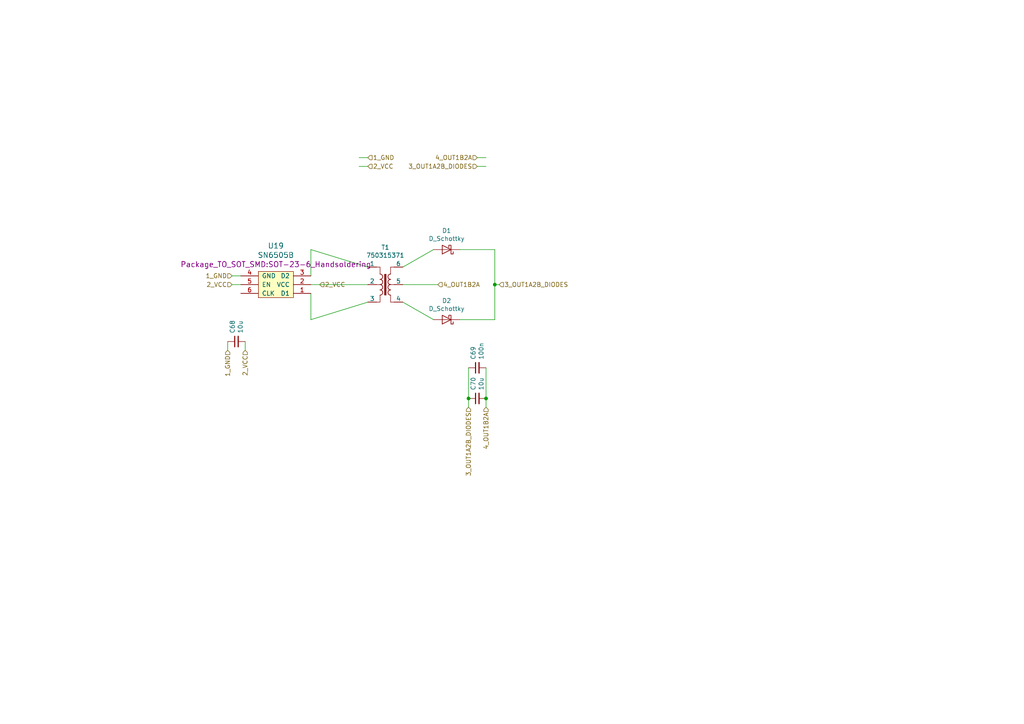
<source format=kicad_sch>
(kicad_sch (version 20210621) (generator eeschema)
  (paper "A4")
  (lib_symbols
    (symbol "FreeEEG32-ads131-rescue:750315371-750315371" (pin_numbers hide) (pin_names (offset 0))
      (property "Reference" "TR" (at 0 6.35 0))
      (property "Value" "750315371-750315371" (at 0 -6.35 0))
      (symbol "750315371-750315371_0_1"
        (arc (start -1.524 -3.048) (end -1.524 -1.524) (radius (at -1.524 -2.286) (length 0.762) (angles -89.9 89.9)) (stroke (width 0.2032)))
        (arc (start -1.524 -1.524) (end -1.524 0) (radius (at -1.524 -0.762) (length 0.762) (angles -89.9 89.9)) (stroke (width 0.2032)))
        (arc (start -1.524 0) (end -1.524 1.524) (radius (at -1.524 0.762) (length 0.762) (angles -89.9 89.9)) (stroke (width 0.2032)))
        (arc (start -1.524 1.524) (end -1.524 3.048) (radius (at -1.524 2.286) (length 0.762) (angles -89.9 89.9)) (stroke (width 0.2032)))
        (arc (start 1.524 -1.524) (end 1.524 -3.048) (radius (at 1.524 -2.286) (length 0.762) (angles 90.1 -90.1)) (stroke (width 0.2032)))
        (arc (start 1.524 0) (end 1.524 -1.524) (radius (at 1.524 -0.762) (length 0.762) (angles 90.1 -90.1)) (stroke (width 0.2032)))
        (arc (start 1.524 1.524) (end 1.524 0) (radius (at 1.524 0.762) (length 0.762) (angles 90.1 -90.1)) (stroke (width 0.2032)))
        (arc (start 1.524 3.048) (end 1.524 1.524) (radius (at 1.524 2.286) (length 0.762) (angles 90.1 -90.1)) (stroke (width 0.2032)))
        (rectangle (start -0.254 3.048) (end 0.254 -3.048) (stroke (width 0.0254)) (fill (type outline)))
        (polyline (pts (xy -2.54 5.08) (xy -1.524 5.08) (xy -1.524 3.048) (xy -1.524 3.048)) (stroke (width 0.1524)))
        (polyline (pts (xy -1.524 -3.048) (xy -1.524 -5.08) (xy -2.54 -5.08) (xy -2.54 -5.08)) (stroke (width 0.1524)))
        (polyline (pts (xy 1.524 3.048) (xy 1.524 5.08) (xy 2.54 5.08) (xy 2.54 5.08)) (stroke (width 0.1524)))
        (polyline (pts (xy 2.54 -5.08) (xy 1.524 -5.08) (xy 1.524 -3.048) (xy 1.524 -3.048)) (stroke (width 0.1524)))
        (polyline (pts (xy -1.524 0) (xy -2.54 0) (xy -2.54 0)) (fill (type outline)))
        (polyline (pts (xy 1.524 0) (xy 2.54 0) (xy 2.54 0)) (fill (type outline)))
      )
      (symbol "750315371-750315371_1_1"
        (pin passive line (at -5.08 5.08 0) (length 2.54) (name "1") (number "1"))
        (pin passive line (at -5.08 0 0) (length 2.54) (name "2") (number "2"))
        (pin passive line (at -5.08 -5.08 0) (length 2.54) (name "3") (number "3"))
        (pin passive line (at 5.08 -5.08 180) (length 2.54) (name "4") (number "4"))
        (pin passive line (at 5.08 0 180) (length 2.54) (name "5") (number "5"))
        (pin passive line (at 5.08 5.08 180) (length 2.54) (name "6") (number "6"))
      )
    )
    (symbol "FreeEEG32-ads131-rescue:C_Small-Device" (pin_numbers hide) (pin_names (offset 0.254) hide)
      (property "Reference" "C" (at 0.254 1.778 0))
      (property "Value" "C_Small-Device" (at 0.254 -2.032 0))
      (symbol "C_Small-Device_0_1"
        (polyline (pts (xy -1.524 -0.508) (xy 1.524 -0.508)) (stroke (width 0.3302)))
        (polyline (pts (xy -1.524 0.508) (xy 1.524 0.508)) (stroke (width 0.3048)))
      )
      (symbol "C_Small-Device_1_1"
        (pin passive line (at 0 2.54 270) (length 2.032) (name "~") (number "1"))
        (pin passive line (at 0 -2.54 90) (length 2.032) (name "~") (number "2"))
      )
    )
    (symbol "FreeEEG32-ads131-rescue:D_Schottky-Device" (pin_numbers hide) (pin_names (offset 1.016) hide)
      (property "Reference" "D" (at 0 2.54 0))
      (property "Value" "D_Schottky-Device" (at 0 -2.54 0))
      (symbol "D_Schottky-Device_0_1"
        (polyline (pts (xy 1.27 0) (xy -1.27 0)))
        (polyline (pts (xy 1.27 1.27) (xy 1.27 -1.27) (xy -1.27 0) (xy 1.27 1.27)) (stroke (width 0.2032)))
        (polyline (pts (xy -1.905 0.635) (xy -1.905 1.27) (xy -1.27 1.27) (xy -1.27 -1.27) (xy -0.635 -1.27) (xy -0.635 -0.635)) (stroke (width 0.2032)))
      )
      (symbol "D_Schottky-Device_1_1"
        (pin passive line (at -3.81 0 0) (length 2.54) (name "K") (number "1"))
        (pin passive line (at 3.81 0 180) (length 2.54) (name "A") (number "2"))
      )
    )
    (symbol "FreeEEG32-ads131-rescue:SN6505A-sn6505a" (pin_names (offset 1.016))
      (property "Reference" "U" (at 0 -5.08 0))
      (property "Value" "SN6505A-sn6505a" (at 0 5.08 0))
      (symbol "SN6505A-sn6505a_0_1"
        (rectangle (start -5.08 3.81) (end 5.08 -3.81) (fill (type background)))
      )
      (symbol "SN6505A-sn6505a_1_1"
        (pin power_out line (at -10.16 2.54 0) (length 5.08) (name "D1") (number "1"))
        (pin power_in line (at -10.16 0 0) (length 5.08) (name "VCC") (number "2"))
        (pin power_out line (at -10.16 -2.54 0) (length 5.08) (name "D2") (number "3"))
        (pin power_in line (at 10.16 -2.54 180) (length 5.08) (name "GND") (number "4"))
        (pin input line (at 10.16 0 180) (length 5.08) (name "EN") (number "5"))
        (pin input line (at 10.16 2.54 180) (length 5.08) (name "CLK") (number "6"))
      )
    )
  )
  (junction (at 135.89 115.57) (diameter 0.9144))
  (junction (at 140.97 115.57) (diameter 0.9144))
  (junction (at 143.51 82.55) (diameter 0.9144))
  (wire (pts (xy 66.04 101.6) (xy 66.04 99.06)))
  (wire (pts (xy 67.31 80.01) (xy 69.85 80.01)))
  (wire (pts (xy 67.31 82.55) (xy 69.85 82.55)))
  (wire (pts (xy 71.12 101.6) (xy 71.12 99.06)))
  (wire (pts (xy 90.17 72.39) (xy 106.68 77.47)))
  (wire (pts (xy 90.17 80.01) (xy 90.17 72.39)))
  (wire (pts (xy 90.17 82.55) (xy 106.68 82.55)))
  (wire (pts (xy 90.17 85.09) (xy 90.17 92.71)))
  (wire (pts (xy 90.17 92.71) (xy 106.68 87.63)))
  (wire (pts (xy 106.68 45.72) (xy 104.14 45.72)))
  (wire (pts (xy 106.68 48.26) (xy 104.14 48.26)))
  (wire (pts (xy 116.84 77.47) (xy 125.73 72.39)))
  (wire (pts (xy 116.84 87.63) (xy 125.73 92.71)))
  (wire (pts (xy 127 82.55) (xy 116.84 82.55)))
  (wire (pts (xy 133.35 72.39) (xy 143.51 72.39)))
  (wire (pts (xy 133.35 92.71) (xy 143.51 92.71)))
  (wire (pts (xy 135.89 115.57) (xy 135.89 106.68)))
  (wire (pts (xy 135.89 118.11) (xy 135.89 115.57)))
  (wire (pts (xy 138.43 45.72) (xy 140.97 45.72)))
  (wire (pts (xy 138.43 48.26) (xy 140.97 48.26)))
  (wire (pts (xy 140.97 115.57) (xy 140.97 106.68)))
  (wire (pts (xy 140.97 118.11) (xy 140.97 115.57)))
  (wire (pts (xy 143.51 72.39) (xy 143.51 82.55)))
  (wire (pts (xy 143.51 82.55) (xy 143.51 92.71)))
  (wire (pts (xy 143.51 82.55) (xy 144.78 82.55)))
  (hierarchical_label "1_GND" (shape input) (at 66.04 101.6 270))
  (hierarchical_label "1_GND" (shape input) (at 67.31 80.01 180))
  (hierarchical_label "2_VCC" (shape input) (at 67.31 82.55 180))
  (hierarchical_label "2_VCC" (shape input) (at 71.12 101.6 270))
  (hierarchical_label "2_VCC" (shape input) (at 92.71 82.55 0))
  (hierarchical_label "1_GND" (shape input) (at 106.68 45.72 0))
  (hierarchical_label "2_VCC" (shape input) (at 106.68 48.26 0))
  (hierarchical_label "4_OUT1B2A" (shape input) (at 127 82.55 0))
  (hierarchical_label "3_OUT1A2B_DIODES" (shape input) (at 135.89 118.11 270))
  (hierarchical_label "4_OUT1B2A" (shape input) (at 138.43 45.72 180))
  (hierarchical_label "3_OUT1A2B_DIODES" (shape input) (at 138.43 48.26 180))
  (hierarchical_label "4_OUT1B2A" (shape input) (at 140.97 118.11 270))
  (hierarchical_label "3_OUT1A2B_DIODES" (shape input) (at 144.78 82.55 0))
  (symbol (lib_id "FreeEEG32-ads131-rescue:C_Small-Device") (at 68.58 99.06 90) (unit 1)
    (property "Reference" "C68" (at 67.4116 96.7232 0) (effects (justify left)))
    (property "Value" "10u" (at 69.723 96.7232 0) (effects (justify left)))
    (property "Footprint" "Capacitor_SMD:C_0603_1608Metric" (effects hide))
    (property "MNP" "GRM188R60J106ME47D" (effects hide))
  )
  (symbol (lib_id "FreeEEG32-ads131-rescue:C_Small-Device") (at 138.43 106.68 90) (unit 1)
    (property "Reference" "C69" (at 137.2616 104.3432 0) (effects (justify left)))
    (property "Value" "100n" (at 139.573 104.3432 0) (effects (justify left)))
    (property "Footprint" "Capacitor_SMD:C_0402_1005Metric" (effects hide))
    (property "MNP" "CL05B104KO5NNNC" (effects hide))
  )
  (symbol (lib_id "FreeEEG32-ads131-rescue:C_Small-Device") (at 138.43 115.57 90) (unit 1)
    (property "Reference" "C70" (at 137.2616 113.2332 0) (effects (justify left)))
    (property "Value" "10u" (at 139.573 113.2332 0) (effects (justify left)))
    (property "Footprint" "Capacitor_SMD:C_0603_1608Metric" (effects hide))
    (property "MNP" "GRM188R60J106ME47D" (effects hide))
  )
  (symbol (lib_id "FreeEEG32-ads131-rescue:D_Schottky-Device") (at 129.54 72.39 180) (unit 1)
    (property "Reference" "D1" (at 129.54 66.9036 0))
    (property "Value" "D_Schottky" (at 129.54 69.215 0))
    (property "Footprint" "SOD-123:SOD−123" (effects hide))
    (property "MNP" "MBR0520LT1G" (effects hide))
  )
  (symbol (lib_id "FreeEEG32-ads131-rescue:D_Schottky-Device") (at 129.54 92.71 180) (unit 1)
    (property "Reference" "D2" (at 129.54 87.2236 0))
    (property "Value" "D_Schottky" (at 129.54 89.535 0))
    (property "Footprint" "SOD-123:SOD−123" (effects hide))
    (property "MNP" "MBR0520LT1G" (effects hide))
  )
  (symbol (lib_id "FreeEEG32-ads131-rescue:750315371-750315371") (at 111.76 82.55 0) (unit 1)
    (property "Reference" "T1" (at 111.76 71.755 0))
    (property "Value" "750315371" (at 111.76 74.0664 0))
    (property "Footprint" "750315371:750315371" (effects hide))
  )
  (symbol (lib_id "FreeEEG32-ads131-rescue:SN6505A-sn6505a") (at 80.01 82.55 180) (unit 1)
    (property "Reference" "U19" (at 80.01 71.2978 0) (effects (font (size 1.524 1.524))))
    (property "Value" "SN6505B" (at 80.01 73.9902 0) (effects (font (size 1.524 1.524))))
    (property "Footprint" "Package_TO_SOT_SMD:SOT-23-6_Handsoldering" (at 80.01 76.6826 0) (effects (font (size 1.524 1.524))))
    (property "MNP" "SN6505BDBVR" (effects hide))
  )
)
</source>
